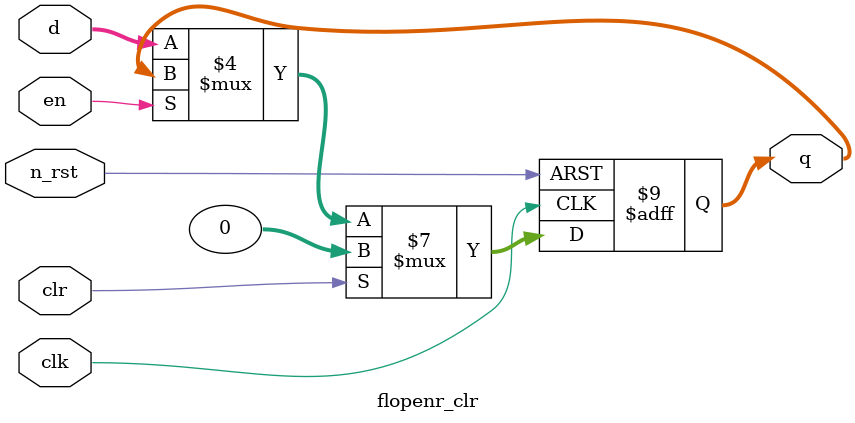
<source format=sv>
module flopenr_clr #(
	parameter WIDTH = 32,
	parameter RESET_VALUE = 0
	)
	(
	clk,
	n_rst,
	en,
	clr,
	d,
	q
);
	input clk, n_rst, en, clr;
	input [WIDTH-1:0] d;
	output reg [WIDTH-1:0] q;	

	always@(posedge clk or negedge n_rst) begin 
		if(!n_rst) begin
			q <= RESET_VALUE;
		end
		else if (clr) begin
			q <= RESET_VALUE;
		end
		else begin
			if(!en)
				q <= d;
		end		
	end

/*
	always@(posedge clk or negedge n_rst) begin 
		if(!n_rst) begin
			q <= RESET_VALUE;
		end
		else if (!en) begin
			q <= RESET_VALUE;
		end
		else if (clr) begin
				q <= d;
		else
				q <= d;
		end		
	end
	*/
endmodule

</source>
